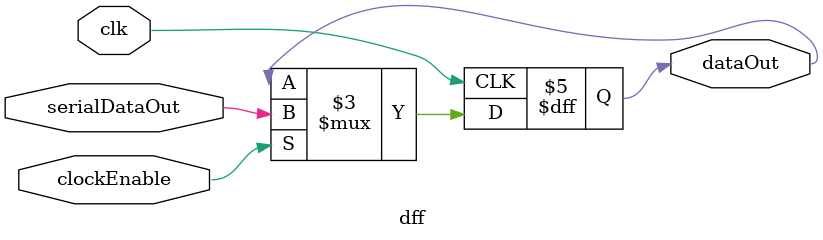
<source format=v>
/*
Flip-flop associated with the MISO pin - changes
output such that it can then be enabled/disabled by
the MISO Buffer enable to tri-state the buffer.
*/
module dff 
(
    input serialDataOut,
    input clockEnable,
    input clk,
    output reg dataOut
);

  always @(posedge clk) begin
    if (clockEnable==1) begin
        dataOut <= serialDataOut;
    end
  end
endmodule


</source>
